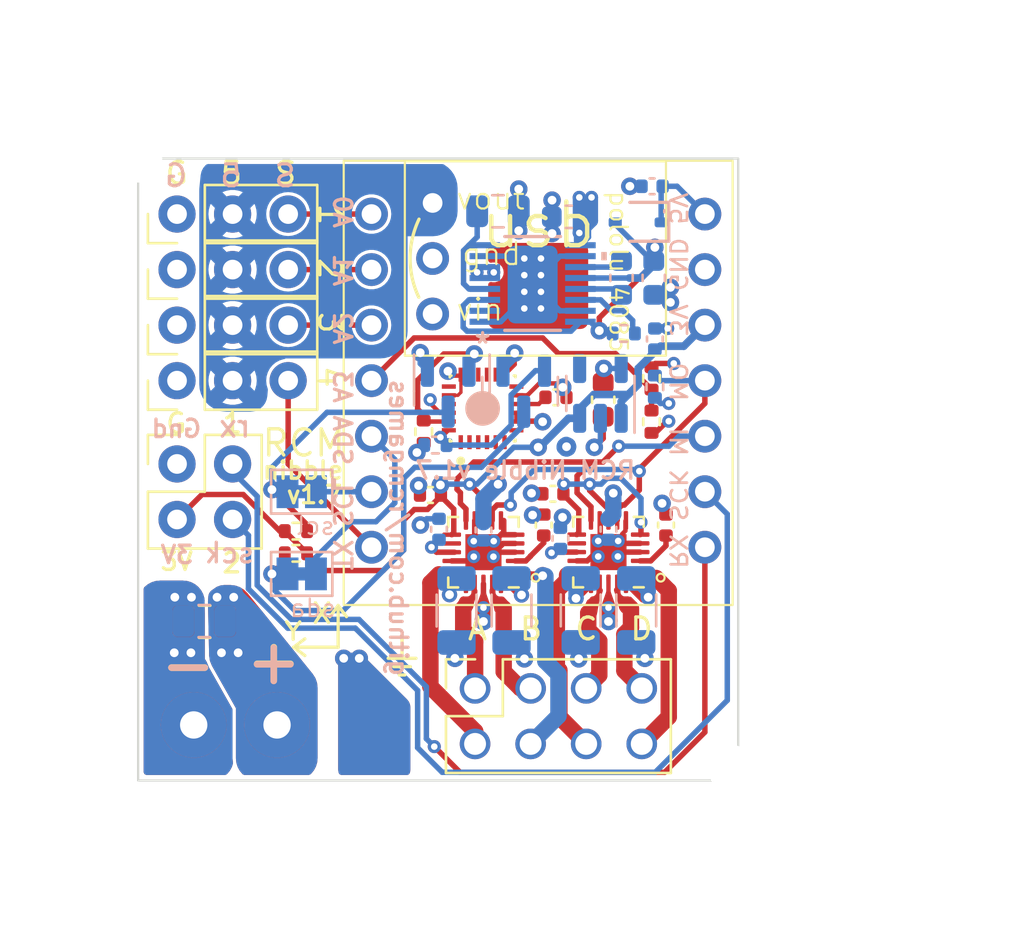
<source format=kicad_pcb>
(kicad_pcb (version 20221018) (generator pcbnew)
  (layers (0 "F.Cu" signal) (1 "In1.Cu" signal) (2 "In2.Cu" signal) (31 "B.Cu" signal) (34 "B.Paste" user) (35 "F.Paste" user) (36 "B.SilkS" user "B.Silkscreen") (37 "F.SilkS" user "F.Silkscreen") (38 "B.Mask" user) (39 "F.Mask" user) (44 "Edge.Cuts" user))
  (net 0 "")
  (net 1 "GND")
  (net 2 "3v")
  (net 3 "Net-(IC1-1,8Vout)")
  (net 4 "Net-(IC2-1,8Vout)")
  (net 5 "Net-(D1-K)")
  (net 6 "Net-(ESP32_QT_PY1-A1)")
  (net 7 "Net-(IC1-VCP)")
  (net 8 "Net-(IC2-VCP)")
  (net 9 "Net-(IC1-OA2)")
  (net 11 "Net-(IC1-OB2)")
  (net 12 "Net-(IC1-BRB)")
  (net 13 "uart")
  (net 14 "sda")
  (net 15 "Net-(IC1-OB1)")
  (net 16 "Net-(IC1-OA1)")
  (net 17 "scl")
  (net 18 "Net-(ESP32_QT_PY1-A2)")
  (net 19 "Net-(ESP32_QT_PY1-A3)")
  (net 20 "enab")
  (net 21 "Net-(ESP32_QT_PY1-A0)")
  (net 22 "Net-(ESP32_QT_PY1-RX)")
  (net 23 "Net-(IC1-BRA)")
  (net 24 "Net-(IC2-OA2)")
  (net 26 "Net-(IC2-OB2)")
  (net 27 "Net-(IC2-BRB)")
  (net 28 "Net-(IC2-OB1)")
  (net 29 "vbat")
  (net 30 "servopower")
  (net 31 "5v")
  (net 44 "Net-(Q3-D)")
  (net 47 "Net-(Q4-D)")
  (net 48 "Net-(Q3-S)")
  (net 49 "Net-(Q4-S)")
  (net 50 "Net-(U3-REGOUT)")
  (net 51 "Net-(ESP32_QT_PY1-TX)")
  (net 52 "Net-(ESP32_QT_PY1-SCK)")
  (net 53 "1.8")
  (net 55 "Net-(IC2-OA1)")
  (net 56 "Net-(IC2-BRA)")
  (net 58 "Net-(C9-Pad2)")
  (net 59 "Net-(U2-C)")
  (net 60 "Net-(U2-C+)")
  (net 61 "Net-(U2-*RST)")
  (footprint "!RCMhardware footprints:PinSocket_2x04_P2.54mm_Vertical" (layer "F.Cu") (at 143.2914 58.5524 90)
    (fp_text reference "J6" hide)
    (fp_text value "2x04 female header pins")
  )
  (footprint "Connector_PinHeader_2.54mm:PinHeader_1x03_P2.54mm_Vertical" (layer "F.Cu") (at 129.667 36.857 90)
    (fp_text reference "J5" hide)
    (fp_text value "Conn_01x03")
  )
  (footprint "Resistor_SMD:R_0402_1005Metric" (layer "F.Cu") (at 151.3586 44.3754 90)
    (fp_text reference "R2" hide)
    (fp_text value "10k / <=1%")
  )
  (footprint "Connector_PinHeader_2.54mm:PinHeader_1x03_P2.54mm_Vertical" (layer "F.Cu") (at 129.667 44.477 90)
    (fp_text reference "J4" hide)
    (fp_text value "Conn_01x03")
  )
  (footprint "!RCMhardware footprints:pololu 4085" (layer "F.Cu") (at 140.081 34.444 -90)
    (fp_text reference "U1" hide)
    (fp_text value "pololu 4085")
  )
  (footprint "Capacitor_SMD:C_0603_1608Metric" (layer "F.Cu") (at 149.1488 45.353 -90)
    (fp_text reference "C14" hide)
    (fp_text value "2.2uF/0603/>=16V")
  )
  (footprint "Resistor_SMD:R_0402_1005Metric" (layer "F.Cu") (at 151.3586 46.3566 90)
    (fp_text reference "R1" hide)
    (fp_text value "30k / <=1%")
  )
  (footprint "Capacitor_SMD:C_0805_2012Metric" (layer "F.Cu") (at 130.9268 55.5006 180)
    (fp_text reference "C16" hide)
    (fp_text value "22uF/0805/>=16V")
  )
  (footprint "Connector_PinHeader_2.54mm:PinHeader_1x03_P2.54mm_Vertical" (layer "F.Cu") (at 129.667 41.937 90)
    (fp_text reference "J3" hide)
    (fp_text value "Conn_01x03")
  )
  (footprint "Capacitor_SMD:C_0402_1005Metric" (layer "F.Cu") (at 146.431 51.081 -90)
    (fp_text reference "C17" hide)
    (fp_text value "100nF/0402/16V/X7R/<=10%/ceramic")
  )
  (footprint "!RCMhardware footprints:ESP32 QT PY" (layer "F.Cu") (at 146.177 44.477)
    (fp_text reference "ESP32_QT_PY1" hide)
    (fp_text value "microcontroller")
  )
  (footprint "Connector_PinHeader_2.54mm:PinHeader_2x02_P2.54mm_Vertical" (layer "F.Cu") (at 129.667 48.287)
    (fp_text reference "J9" hide)
    (fp_text value "Conn_02x02_Top_Bottom")
  )
  (footprint "Connector_PinHeader_2.54mm:PinHeader_1x03_P2.54mm_Vertical" (layer "F.Cu") (at 129.667 39.397 90)
    (fp_text reference "J2" hide)
    (fp_text value "Conn_01x03")
  )
  (footprint "Capacitor_SMD:C_0402_1005Metric" (layer "F.Cu") (at 146.9898 45.239)
    (fp_text reference "C11" hide)
    (fp_text value "100nF/0402/16V/X7R/<=10%/ceramic")
  )
  (footprint "Capacitor_SMD:C_0402_1005Metric" (layer "F.Cu") (at 146.85 49.651974 180)
    (fp_text reference "C7" hide)
    (fp_text value "100nF/0402/16V/X7R/<=10%/ceramic")
  )
  (footprint "MountingHole:MountingHole_2.2mm_M2" (layer "F.Cu") (at 155.067 62.257)
    (fp_text reference "H2" hide)
    (fp_text value "MountingHole")
  )
  (footprint "Capacitor_SMD:C_0402_1005Metric" (layer "F.Cu") (at 152.019 51.081 -90)
    (fp_text reference "C18" hide)
    (fp_text value "100nF/0402/16V/X7R/<=10%/ceramic")
  )
  (footprint "!RCMhardware footprints:battery wires" (layer "F.Cu") (at 130.429 60.225 -90)
    (fp_text reference "J1" hide)
    (fp_text value "pads to solder wires to" hide)
  )
  (footprint "Capacitor_SMD:C_0402_1005Metric" (layer "F.Cu") (at 141.252 49.7078 180)
    (fp_text reference "C4" hide)
    (fp_text value "100nF/0402/16V/X7R/<=10%/ceramic")
  )
  (footprint "MountingHole:MountingHole_2.2mm_M2" (layer "F.Cu") (at 127.889 34.317)
    (fp_text reference "H1" hide)
    (fp_text value "MountingHole")
  )
  (footprint "Resistor_SMD:R_0402_1005Metric" (layer "F.Cu") (at 135.1026 52.3748 180)
    (fp_text reference "R12" hide)
    (fp_text value "10k / <=1%")
  )
  (footprint "!RCMhardware footprints:QFN-20-1EP_3x3mm_P0.4mm_EP1.65x1.65mm" (layer "F.Cu") (at 143.675 52.3234 180)
    (fp_text reference "IC1" hide)
    (fp_text value "TMC7300")
  )
  (footprint "!RCMhardware footprints:QFN40P300X300X105-24N" (layer "F.Cu") (at 143.637 45.747 90)
    (fp_text reference "U3" hide)
    (fp_text value "ICM-20948")
  )
  (footprint "!RCMhardware footprints:QFN-20-1EP_3x3mm_P0.4mm_EP1.65x1.65mm" (layer "F.Cu") (at 149.39 52.318974 180)
    (fp_text reference "IC2" hide)
    (fp_text value "TMC7300")
  )
  (footprint "Resistor_SMD:R_0402_1005Metric" (layer "F.Cu") (at 140.9446 46.8138 -90)
    (fp_text reference "R10" hide)
    (fp_text value "10k / <=1%")
  )
  (footprint "Resistor_SMD:R_0402_1005Metric" (layer "F.Cu") (at 135.1026 51.3604 180)
    (fp_text reference "R9" hide)
    (fp_text value "10k / <=1%")
  )
  (footprint "Resistor_SMD:R_0402_1005Metric" (layer "B.Cu") (at 150.0886 42.318 180)
    (fp_text reference "R7" hide)
    (fp_text value "10k / <=1%")
  )
  (footprint "Capacitor_SMD:C_0603_1608Metric" (layer "B.Cu") (at 147.574 36.984 180)
    (fp_text reference "C13" hide)
    (fp_text value "2.2uF/0603/>=16V")
  )
  (footprint "Capacitor_SMD:C_0402_1005Metric" (layer "B.Cu") (at 149.39 51.274974 -90)
    (fp_text reference "C6" hide)
    (fp_text value "100nF/0402/16V/X7R/<=10%/ceramic")
  )
  (footprint "Package_TO_SOT_SMD:SOT-23" (layer "B.Cu") (at 145.5166 44.9596 -90)
    (fp_text reference "Q4" hide)
    (fp_text value "BSS138, N channel mosfet >=0.22A")
  )
  (footprint "Capacitor_SMD:C_0805_2012Metric" (layer "B.Cu") (at 130.9116 55.4752 180)
    (fp_text reference "C2" hide)
    (fp_text value "22uF/0805/>=16V")
  )
  (footprint "Capacitor_SMD:C_0402_1005Metric" (layer "B.Cu") (at 143.675 51.307 -90)
    (fp_text reference "C3" hide)
    (fp_text value "100nF/0402/16V/X7R/<=10%/ceramic")
  )
  (footprint "Capacitor_SMD:C_0402_1005Metric" (layer "B.Cu") (at 141.643 51.274974 90)
    (fp_text reference "C5" hide)
    (fp_text value "100nF/0402/16V/X7R/<=10%/ceramic")
  )
  (footprint "Capacitor_SMD:C_0603_1608Metric" (layer "B.Cu") (at 151.4602 39.778 90)
    (fp_text reference "C12" hide)
    (fp_text value "22uF/0603/>=10V")
  )
  (footprint "Resistor_SMD:R_0402_1005Metric" (layer "B.Cu") (at 141.478 47.4234)
    (fp_text reference "R13" hide)
    (fp_text value "10k / <=1%")
  )
  (footprint "Jumper:SolderJumper-2_P1.3mm_Bridged_Pad1.0x1.5mm" (layer "B.Cu") (at 135.367 53.3162 180)
    (fp_text reference "NT2" hide)
    (fp_text value "NetTie_2")
  )
  (footprint "Resistor_SMD:R_1206_3216Metric" (layer "B.Cu") (at 150.66 54.985974 90)
    (fp_text reference "R5" hide)
    (fp_text value "120mΩ / 0.5W / 1206 / <=1%")
  )
  (footprint "Diode_SMD:D_SOD-323" (layer "B.Cu") (at 150.749 37.238 180)
    (fp_text reference "D1" hide)
    (fp_text value "1A Zener Diode  / >=1A / 600 mV Vf @ 1 A")
  )
  (footprint "!RCMhardware footprints:MSE_16_ADI" (layer "B.Cu") (at 145.923 40.032)
    (fp_text reference "U2" hide)
    (fp_text value "LTC3246EMSE-PBF / 500mA charge pump")
  )
  (footprint "Resistor_SMD:R_1206_3216Metric" (layer "B.Cu") (at 148.12 54.985974 90)
    (fp_text reference "R6" hide)
    (fp_text value "120mΩ / 0.5W / 1206 / <=1%")
  )
  (footprint "Package_TO_SOT_SMD:SOT-23" (layer "B.Cu") (at 142.0622 44.9596 -90)
    (fp_text reference "Q3" hide)
    (fp_text value "BSS138, N channel mosfet >=0.22A")
  )
  (footprint "Capacitor_SMD:C_0805_2012Metric" (layer "B.Cu") (at 144.338 36.73 180)
    (fp_text reference "C9" hide)
    (fp_text value "22uF/0805/>=16V")
  )
  (footprint "Package_TO_SOT_SMD:SOT-23-5" (layer "B.Cu") (at 149.0218 45.0612 90)
    (fp_text reference "U4" hide)
    (fp_text value "MIC5225-1.8V")
  )
  (footprint "Resistor_SMD:R_1206_3216Metric" (layer "B.Cu") (at 142.4432 54.9926 90)
    (fp_text reference "R4" hide)
    (fp_text value "120mΩ / 0.5W / 1206 / <=1%")
  )
  (footprint "Resistor_SMD:R_0402_1005Metric" (layer "B.Cu") (at 151.511 44.7544 -90)
    (fp_text reference "R11" hide)
    (fp_text value "10k / <=1%")
  )
  (footprint "Capacitor_SMD:C_0402_1005Metric" (layer "B.Cu") (at 151.511 42.572 90)
    (fp_text reference "C15" hide)
    (fp_text value "100nF/0402/16V/X7R/<=10%/ceramic")
  )
  (footprint "Capacitor_SMD:C_0402_1005Metric" (layer "B.Cu") (at 147.193 51.6906 90)
    (fp_text reference "C8" hide)
    (fp_text value "100nF/0402/16V/X7R/<=10%/ceramic")
  )
  (footprint "Capacitor_SMD:C_0402_1005Metric" (layer "B.Cu") (at 151.384 35.587 180)
    (fp_text reference "C1" hide)
    (fp_text value "100nF/0402/16V/X7R/<=10%/ceramic")
  )
  (footprint "Capacitor_SMD:C_0603_1608Metric" (layer "B.Cu") (at 149.987 39.778 90)
    (fp_text reference "C10" hide)
    (fp_text value "2.2uF/0603/>=16V")
  )
  (footprint "Jumper:SolderJumper-2_P1.3mm_Bridged_Pad1.0x1.5mm" (layer "B.Cu") (at 135.367 49.557 180)
    (fp_text reference "NT1" hide)
    (fp_text value "NetTie_2")
  )
  (footprint "Resistor_SMD:R_1206_3216Metric" (layer "B.Cu") (at 144.9578 54.9904 90)
    (fp_text reference "R3" hide)
    (fp_text value "120mΩ / 0.5W / 1206 / <=1%")
  )
  (gr_circle (center 143.637 45.747) (end 144.35542 45.747) (stroke (width 0.15)) (fill solid) (layer "B.SilkS"))
  (gr_line (start 152.146 36.322) (end 152.146 38.1) (stroke (width 0.15)) (layer "B.SilkS"))
  (gr_line (start 150.368 36.322) (end 152.146 36.322) (stroke (width 0.15)) (layer "B.SilkS"))
  (gr_line (start 152.146 38.1) (end 150.368 38.1) (stroke (width 0.15)) (layer "B.SilkS"))
  (gr_line (start 135.509 56.288) (end 135.001 56.669) (stroke (width 0.15)) (layer "F.SilkS"))
  (gr_line (start 135.001 56.669) (end 137.033 56.669) (stroke (width 0.15)) (layer "F.SilkS"))
  (gr_arc (start 140.716 40.659306) (mid 140.32245 38.873342) (end 140.729375 37.090378) (stroke (width 0.15)) (layer "F.SilkS"))
  (gr_line (start 135.509 57.05) (end 135.001 56.669) (stroke (width 0.15)) (layer "F.SilkS"))
  (gr_line (start 137.414 55.272) (end 137.033 54.764) (stroke (width 0.15)) (layer "F.SilkS"))
  (gr_line (start 139.954 56.161) (end 139.954 57.177) (stroke (width 0.15)) (layer "F.SilkS"))
  (gr_line (start 137.033 54.764) (end 136.652 55.272) (stroke (width 0.15)) (layer "F.SilkS"))
  (gr_line (start 139.573 57.558) (end 140.335 57.558) (stroke (width 0.15)) (layer "F.SilkS"))
  (gr_line (start 137.033 56.669) (end 137.033 54.764) (stroke (width 0.15)) (layer "F.SilkS"))
  (gr_line (start 140.589 57.177) (end 139.319 57.177) (stroke (width 0.15)) (layer "F.SilkS"))
  (gr_line (start 140.081 57.939) (end 139.827 57.939) (stroke (width 0.15)) (layer "F.SilkS"))
  (gr_rect (start 127.889 34.317) (end 155.321 62.765) (stroke (width 0.1)) (fill none) (layer "Edge.Cuts"))
  (gr_text "sck" (at 133.2738 52.8844) (layer "B.SilkS") (effects (font (size 0.9 0.9)) (justify left bottom mirror)))
  (gr_text "rx" (at 133.1214 47.144) (layer "B.SilkS") (effects (font (size 1 1)) (justify left bottom mirror)))
  (gr_text "-" (at 130.175 57.4564) (layer "B.SilkS") (effects (font (size 2 2) (thickness 0.3)) (justify mirror)))
  (gr_text "RCM Nibble v1.7\n" (at 150.6982 49.0474) (layer "B.SilkS") (effects (font (size 0.8 0.8)) (justify left bottom mirror)))
  (gr_text "+" (at 134.0866 57.304) (layer "B.SilkS") (effects (font (size 2 2) (thickness 0.3)) (justify mirror)))
  (gr_text "3V\n" (at 130.4798 52.9082) (layer "B.SilkS") (effects (font (size 0.8 0.8)) (justify left bottom mirror)))
  (gr_text "scl\n" (at 136.9314 51.589) (layer "B.SilkS") (effects (font (size 0.8 0.8) (thickness 0.1)) (justify left bottom mirror)))
  (gr_text "Gnd\n" (at 130.8608 47.1424) (layer "B.SilkS") (effects (font (size 0.8 0.8)) (justify left bottom mirror)))
  (gr_text "TX SCL SDA A3  A2  A1  A0\n" (at 137.6934 44.5786 270) (layer "B.SilkS") (effects (font (size 0.8 0.8)) (justify top mirror)))
  (gr_text "RX SCK MI  MO  3V GND 5V" (at 153.0096 44.4754 270) (layer "B.SilkS") (effects (font (size 0.75 0.8) (thickness 0.12)) (justify top mirror)))
  (gr_text "github.com/rcmgames" (at 139.319 58.066 -90) (layer "B.SilkS") (effects (font (size 0.8 0.8)) (justify left bottom mirror)))
  (gr_text "S  5  G" (at 135.1788 35.6886) (layer "B.SilkS") (effects (font (size 1 1)) (justify left bottom mirror)))
  (gr_text "sda" (at 136.9822 55.3482) (layer "B.SilkS") (effects (font (size 0.8 0.8) (thickness 0.1)) (justify left bottom mirror)))
  (gr_text "2\n" (at 131.6482 53.34) (layer "F.SilkS") (effects (font (size 0.9 0.9)) (justify left bottom)))
  (gr_text "G" (at 129.0828 46.9646) (layer "F.SilkS") (effects (font (size 0.9 0.9)) (justify left bottom)))
  (gr_text "Y\n" (at 134.493 56.415) (layer "F.SilkS") (effects (font (size 0.8 0.9)) (justify left bottom)))
  (gr_text "1" (at 131.6736 46.9392) (layer "F.SilkS") (effects (font (size 0.9 0.9)) (justify left bottom)))
  (gr_text "v1.7\n" (at 134.5946 50.1666) (layer "F.SilkS") (effects (font (size 0.8 0.8)) (justify left bottom)))
  (gr_text "X" (at 135.763 55.653) (layer "F.SilkS") (effects (font (size 0.9 0.9)) (justify left bottom)))
  (gr_text "nibble\n" (at 133.5024 49.049) (layer "F.SilkS") (effects (font (size 0.8 0.8)) (justify left bottom)))
  (gr_text "3V" (at 128.8288 53.213) (layer "F.SilkS") (effects (font (size 0.8 0.8)) (justify left bottom)))
  (gr_text "1  2  3  4" (at 136.0678 36.2982 -90) (layer "F.SilkS") (effects (font (size 1 1)) (justify left bottom)))
  (gr_text "A  B  C  D\n" (at 142.875 56.415) (layer "F.SilkS") (effects (font (size 1 1)) (justify left bottom)))
  (gr_text "RCM" (at 133.477 48.033) (layer "F.SilkS") (effects (font (size 1.2 1.2)) (justify left bottom)))
  (gr_text "G  5  S\n\n" (at 129.0574 37.1856) (layer "F.SilkS") (effects (font (size 1 1)) (justify left bottom)))
  (segment (start 144.183 52.3234) (end 144.583 51.9234) (width 0.25) (layer "F.Cu") (net 1))
  (segment (start 145.7198 45.1104) (end 145.6832 45.147) (width 0.2) (layer "F.Cu") (net 1))
  (segment (start 142.092 45.147) (end 142.5082 45.147) (width 0.15) (layer "F.Cu") (net 1))
  (segment (start 143.275 50.8734) (end 143.275 51.9234) (width 0.25) (layer "F.Cu") (net 1))
  (segment (start 143.275 51.9234) (end 143.675 52.3234) (width 0.25) (layer "F.Cu") (net 1))
  (segment (start 148.7424 47.5234) (end 149.1488 47.117) (width 0.25) (layer "F.Cu") (net 1))
  (segment (start 149.1488 47.117) (end 149.1488 46.128) (width 0.25) (layer "F.Cu") (net 1))
  (segment (start 142.26 44.25) (end 142.589 44.25) (width 0.2) (layer "F.Cu") (net 1))
  (segment (start 150.025 51.483238) (end 150.165 51.343238) (width 0.2) (layer "F.Cu") (net 1))
  (segment (start 149.39 52.318974) (end 149.015 51.943974) (width 0.25) (layer "F.Cu") (net 1))
  (segment (start 145.7198 45.1104) (end 146.2278 44.6024) (width 0.2) (layer "F.Cu") (net 1))
  (segment (start 144.602 51.3964) (end 144.475 51.5234) (width 0.25) (layer "F.Cu") (net 1))
  (segment (start 149.015 51.943974) (end 149.015 51.107647) (width 0.25) (layer "F.Cu") (net 1))
  (segment (start 148.42462 52.718974) (end 147.94 52.718974) (width 0.25) (layer "F.Cu") (net 1))
  (segment (start 144.602 50.8734) (end 144.602 51.3964) (width 0.25) (layer "F.Cu") (net 1))
  (segment (start 145.125 52.3234) (end 144.183 52.3234) (width 0.25) (layer "F.Cu") (net 1))
  (segment (start 150.84 51.918974) (end 149.79 51.918974) (width 0.25) (layer "F.Cu") (net 1))
  (segment (start 149.39 51.754974) (end 149.39 52.318974) (width 0.25) (layer "F.Cu") (net 1))
  (segment (start 143.675215 52.818225) (end 143.58039 52.7234) (width 0.25) (layer "F.Cu") (net 1))
  (segment (start 145.6832 45.147) (end 145.182 45.147) (width 0.2) (layer "F.Cu") (net 1))
  (segment (start 143.58039 52.7234) (end 142.225 52.7234) (width 0.25) (layer "F.Cu") (net 1))
  (segment (start 142.6464 45.0088) (end 142.6464 44.2114) (width 0.15) (layer "F.Cu") (net 1))
  (segment (start 151.5344 43.6896) (end 151.3586 43.8654) (width 0.25) (layer "F.Cu") (net 1))
  (segment (start 142.6464 44.2114) (end 142.637 44.202) (width 0.15) (layer "F.Cu") (net 1))
  (segment (start 149.39 51.754974) (end 149.78862 51.754974) (width 0.25) (layer "F.Cu") (net 1))
  (segment (start 145.125 51.5234) (end 144.475 51.5234) (width 0.25) (layer "F.Cu") (net 1))
  (segment (start 142.5082 45.147) (end 142.6464 45.0088) (width 0.15) (layer "F.Cu") (net 1))
  (segment (start 148.882 52.191974) (end 148.882 52.261594) (width 0.25) (layer "F.Cu") (net 1))
  (segment (start 142.589 44.25) (end 142.637 44.202) (width 0.2) (layer "F.Cu") (net 1))
  (segment (start 144.475 51.5234) (end 143.675 52.3234) (width 0.25) (layer "F.Cu") (net 1))
  (segment (start 149.79 51.918974) (end 149.39 52.318974) (width 0.25) (layer "F.Cu") (net 1))
  (segment (start 148.882 52.261594) (end 148.42462 52.718974) (width 0.25) (layer "F.Cu") (net 1))
  (segment (start 149.78862 51.754974) (end 150.025 51.518594) (width 0.2) (layer "F.Cu") (net 1))
  (segment (start 143.713129 51.669149) (end 143.803385 51.669149) (width 0.25) (layer "F.Cu") (net 1))
  (segment (start 152.3746 43.6896) (end 151.5344 43.6896) (width 0.25) (layer "F.Cu") (net 1))
  (segment (start 150.165 51.343238) (end 150.165 50.893974) (width 0.2) (layer "F.Cu") (net 1))
  (segment (start 144.583 51.9234) (end 145.125 51.9234) (width 0.25) (layer "F.Cu") (net 1))
  (segment (start 150.84 52.318974) (end 149.39 52.318974) (width 0.25) (layer "F.Cu") (net 1))
  (segment (start 146.2278 44.6024) (end 147.119204 44.6024) (width 0.2) (layer "F.Cu") (net 1))
  (segment (start 147.119204 44.6024) (end 147.298604 44.7818) (width 0.2) (layer "F.Cu") (net 1))
  (segment (start 142.053044 44.043044) (end 142.26 44.25) (width 0.2) (layer "F.Cu") (net 1))
  (segment (start 150.025 51.518594) (end 150.025 51.483238) (width 0.2) (layer "F.Cu") (net 1))
  (via (at 145.873691 49.624938) (size 0.8) (drill 0.4) (layers "F.Cu" "B.Cu") (net 1))
  (via (at 150.368 35.587) (size 0.8) (drill 0.4) (layers "F.Cu" "B.Cu") (net 1))
  (via (at 146.304 39.651) (size 0.75) (drill 0.3) (layers "F.Cu" "B.Cu") (net 1))
  (via (at 146.812 36.222) (size 0.8) (drill 0.4) (layers "F.Cu" "B.Cu") (net 1))
  (via (at 147.2905 50.726176) (size 0.8) (drill 0.4) (layers "F.Cu" "B.Cu") (net 1))
  (via (at 144.129884 52.5288) (size 0.6) (drill 0.3) (layers "F.Cu" "B.Cu") (net 1))
  (via (at 145.288 35.714) (size 0.8) (drill 0.4) (layers "F.Cu" "B.Cu") (net 1))
  (via (at 146.304 41.175) (size 0.75) (drill 0.3) (layers "F.Cu" "B.Cu") (net 1))
  (via (at 151.0538 57.177) (size 0.8) (drill 0.4) (layers "F.Cu" "B.Cu") (net 1))
  (via (at 129.54 56.923) (size 0.8) (drill 0.4) (layers "F.Cu" "B.Cu") (net 1))
  (via (at 145.288 37.619) (size 0.8) (drill 0.4) (layers "F.Cu" "B.Cu") (net 1))
  (via (at 129.5654 54.383) (size 0.8) (drill 0.4) (layers "F.Cu" "B.Cu") (net 1))
  (via (at 152.2222 40.8956) (size 0.8) (drill 0.4) (layers "F.Cu" "B.Cu") (net 1))
  (via (at 152.2222 40.2098) (size 0.8) (drill 0.4) (layers "F.Cu" "B.Cu") (net 1))
  (via (at 148.7424 47.5234) (size 0.8) (drill 0.4) (layers "F.Cu" "B.Cu") (net 1))
  (via (at 137.9982 57.177) (size 0.8) (drill 0.4) (layers "F.Cu" "B.Cu") (net 1))
  (via (at 142.053044 44.043044) (size 0.8) (drill 0.4) (layers "F.Cu" "B.Cu") (net 1))
  (via (at 140.7922 51.081) (size 0.8) (drill 0.4) (layers "F.Cu" "B.Cu") (net 1))
  (via (at 140.710344 49.276) (size 0.8) (drill 0.4) (layers "F.Cu" "B.Cu") (net 1))
  (via (at 145.542 40.413) (size 0.75) (drill 0.3) (layers "F.Cu" "B.Cu") (net 1))
  (via (at 145.542 41.175) (size 0.75) (drill 0.3) (layers "F.Cu" "B.Cu") (net 1))
  (via (at 152.146 45.5184) (size 0.6) (drill 0.3) (layers "F.Cu" "B.Cu") (net 1))
  (via (at 137.287 57.177) (size 0.8) (drill 0.4) (layers "F.Cu" "B.Cu") (net 1))
  (via (at 130.302 56.923) (size 0.8) (drill 0.4) (layers "F.Cu" "B.Cu") (net 1))
  (via (at 146.812 37.746) (size 0.8) (drill 0.4) (layers "F.Cu" "B.Cu") (net 1))
  (via (at 145.5475 57.201099) (size 0.8) (drill 0.4) (layers "F.Cu" "B.Cu") (net 1))
  (via (at 130.3274 54.383) (size 0.8) (drill 0.4) (layers "F.Cu" "B.Cu") (net 1))
  (via (at 143.2306 51.8176) (size 0.6) (drill 0.3) (layers "F.Cu" "B.Cu") (net 1))
  (via (at 152.0952 42.0878) (size 0.6) (drill 0.3) (layers "F.Cu" "B.Cu") (net 1))
  (via (at 146.304 38.889) (size 0.75) (drill 0.3) (layers "F.Cu" "B.Cu") (net 1))
  (via (at 149.8344 51.8088) (size 0.6) (drill 0.3) (layers "F.Cu" "B.Cu") (net 1))
  (via (at 148.92 52.52) (size 0.6) (drill 0.3) (layers "F.Cu" "B.Cu") (net 1))
  (via (at 152.3746 43.6896) (size 0.6) (drill 0.3) (layers "F.Cu" "B.Cu") (net 1))
  (via (at 147.298604 44.7818) (size 0.8) (drill 0.4) (layers "F.Cu" "B.Cu") (net 1))
  (via (at 143.2306 52.5288) (size 0.6) (drill 0.3) (layers "F.Cu" "B.Cu") (net 1))
  (via (at 145.542 39.651) (size 0.75) (drill 0.3) (layers "F.Cu" "B.Cu") (net 1))
  (via (at 149.819284 52.52) (size 0.6) (drill 0.3) (layers "F.Cu" "B.Cu") (net 1))
  (via (at 145.542 38.889) (size 0.75) (drill 0.3) (layers "F.Cu" "B.Cu") (net 1))
  (via (at 142.369 57.177) (size 0.8) (drill 0.4) (layers "F.Cu" "B.Cu") (net 1))
  (via (at 148.92 51.8088) (size 0.6) (drill 0.3) (layers "F.Cu" "B.Cu") (net 1))
  (via (at 146.304 40.413) (size 0.75) (drill 0.3) (layers "F.Cu" "B.Cu") (net 1))
  (via (at 144.145 51.8176) (size 0.6) (drill 0.3) (layers "F.Cu" "B.Cu") (net 1))
  (via (at 148.0312 57.2008) (size 0.8) (drill 0.4) (layers "F.Cu" "B.Cu") (net 1))
  (segment (start 151.879 40.553) (end 152.2222 40.2098) (width 0.25) (layer "B.Cu") (net 1))
  (segment (start 144.94571 41.302) (end 145.542 41.302) (width 0.25) (layer "B.Cu") (net 1))
  (segment (start 146.177 39.778) (end 145.923 40.032) (width 0.25) (layer "B.Cu") (net 1))
  (segment (start 148.7424 47.5234) (end 149.0218 47.244) (width 0.25) (layer "B.Cu") (net 1))
  (segment (start 146.304 39.778) (end 146.177 39.778) (width 0.25) (layer "B.Cu") (net 1))
  (segment (start 146.304 39.651) (end 146.304 39.778) (width 0.25) (layer "B.Cu") (net 1))
  (segment (start 146.304 39.016) (end 146.304 39.651) (width 0.25) (layer "B.Cu") (net 1))
  (segment (start 146.304 40.54) (end 146.304 40.413) (width 0.25) (layer "B.Cu") (net 1))
  (segment (start 145.542 40.70571) (end 145.542 40.70571) (width 0.25) (layer "B.Cu") (net 1))
  (segment (start 147.173 41.282) (end 146.431 40.54) (width 0.25) (layer "B.Cu") (net 1))
  (segment (start 145.542 39.651) (end 145.542 39.778) (width 0.25) (layer "B.Cu") (net 1))
  (segment (start 145.542 41.302) (end 145.542 40.70571) (width 0.25) (layer "B.Cu") (net 1))
  (segment (start 146.304 39.651) (end 146.304 39.651) (width 0.25) (layer "B.Cu") (net 1))
  (segment (start 144.907 39.016) (end 145.542 39.016) (width 0.25) (layer "B.Cu") (net 1))
  (segment (start 145.923 40.32471) (end 145.923 40.032) (width 0.25) (layer "B.Cu") (net 1))
  (segment (start 149.0218 47.244) (end 149.0218 46.1987) (width 0.25) (layer "B.Cu") (net 1))
  (segment (start 148.1074 41.282) (end 147.173 41.282) (width 0.25) (layer "B.Cu") (net 1))
  (segment (start 143.7386 38.782) (end 144.673 38.782) (width 0.25) (layer "B.Cu") (net 1))
  (segment (start 152.146 45.5184) (end 151.765 45.5184) (width 0.25) (layer "B.Cu") (net 1))
  (segment (start 147.173 38.782) (end 146.939 39.016) (width 0.25) (layer "B.Cu") (net 1))
  (segment (start 151.5152 42.0878) (end 151.511 42.092) (width 0.4) (layer "B.Cu") (net 1))
  (segment (start 145.542 40.54) (end 145.70771 40.54) (width 0.25) (layer "B.Cu") (net 1))
  (segment (start 146.431 40.54) (end 146.304 40.54) (width 0.25) (layer "B.Cu") (net 1))
  (segment (start 152.0952 42.0878) (end 151.5152 42.0878) (width 0.4) (layer "B.Cu") (net 1))
  (segment (start 145.542 40.70571) (end 145.542 40.54) (width 0.25) (layer "B.Cu") (net 1))
  (segment (start 144.673 38.782) (end 144.907 39.016) (width 0.25) (layer "B.Cu") (net 1))
  (segment (start 145.70771 40.54) (end 145.923 40.32471) (width 0.25) (layer "B.Cu") (net 1))
  (segment (start 143.7386 41.782002) (end 144.465708 41.782002) (width 0.25) (layer "B.Cu") (net 1))
  (segment (start 146.304 40.413) (end 145.923 40.032) (width 0.25) (layer "B.Cu") (net 1))
  (segment (start 145.669 39.778) (end 145.923 40.032) (width 0.25) (layer "B.Cu") (net 1))
  (segment (start 145.542 39.016) (end 145.542 39.651) (width 0.25) (layer "B.Cu") (net 1))
  (segment (start 141.078226 50.794974) (end 141.643 50.794974) (width 0.25) (layer "B.Cu") (net 1))
  (segment (start 151.765 45.5184) (end 151.511 45.2644) (width 0.25) (layer "B.Cu") (net 1))
  (segment (start 144.465708 41.782002) (end 144.94571 41.302) (width 0.25) (layer "B.Cu") (net 1))
  (segment (start 146.939 39.016) (end 146.304 39.016) (width 0.25) (layer "B.Cu") (net 1))
  (segment (start 145.542 39.651) (end 145.542 39.651) (width 0.25) (layer "B.Cu") (net 1))
  (segment (start 148.1074 38.782) (end 147.173 38.782) (width 0.25) (layer "B.Cu") (net 1))
  (segment (start 140.7922 51.081) (end 141.078226 50.794974) (width 0.25) (layer "B.Cu") (net 1))
  (segment (start 145.542 39.778) (end 145.669 39.778) (width 0.25) (layer "B.Cu") (net 1))
  (segment (start 151.4602 40.553) (end 151.879 40.553) (width 0.25) (layer "B.Cu") (net 1))
  (segment (start 141.7066 49.2014) (end 141.7066 49.743574) (width 0.25) (layer "F.Cu") (net 2))
  (segment (start 148.033 51.425974) (end 147.94 51.518974) (width 0.25) (layer "F.Cu") (net 2))
  (segment (start 141.7066 49.776779) (end 141.113579 50.3698) (width 0.25) (layer "F.Cu") (net 2))
  (segment (start 132.6912 49.684) (end 130.81 49.684) (width 0.25) (layer "F.Cu") (net 2))
  (segment (start 139.0888 53.1638) (end 136.396 53.1638) (width 0.25) (layer "F.Cu") (net 2))
  (segment (start 150.876 50.954) (end 150.876 51.482974) (width 0.25) (layer "F.Cu") (net 2))
  (segment (start 140.0302 52.2224) (end 139.0888 53.1638) (width 0.25) (layer "F.Cu") (net 2))
  (segment (start 148.033 50.397) (end 148.033 51.425974) (width 0.25) (layer "F.Cu") (net 2))
  (segment (start 141.7066 49.2014) (end 141.7066 49.776779) (width 0.25) (layer "F.Cu") (net 2))
  (segment (start 149.39 50.357) (end 149.39 50.868974) (width 0.25) (layer "F.Cu") (net 2))
  (segment (start 143.042647 49.210474) (end 143.042647 49.215047) (width 0.25) (layer "F.Cu") (net 2))
  (segment (start 147.3454 49.2014) (end 147.3454 49.7094) (width 0.25) (layer "F.Cu") (net 2))
  (segment (start 142.318 51.4304) (end 142.225 51.5234) (width 0.25) (layer "F.Cu") (net 2))
  (segment (start 150.876 51.482974) (end 150.84 51.518974) (width 0.25) (layer "F.Cu") (net 2))
  (segment (start 136.396 53.1638) (end 134.5926 51.3604) (width 0.25) (layer "F.Cu") (net 2))
  (segment (start 148.5295 49.210474) (end 148.5295 49.4965) (width 0.25) (layer "F.Cu") (net 2))
  (segment (start 141.7066 49.743574) (end 142.318 50.354974) (width 0.25) (layer "F.Cu") (net 2))
  (segment (start 141.113579 50.3698) (end 140.5128 50.3698) (width 0.25) (layer "F.Cu") (net 2))
  (segment (start 142.318 50.354974) (end 142.318 51.4304) (width 0.25) (layer "F.Cu") (net 2))
  (segment (start 143.675 49.8474) (end 143.675 50.8734) (width 0.25) (layer "F.Cu") (net 2))
  (segment (start 134.3676 51.3604) (end 132.6912 49.684) (width 0.25) (layer "F.Cu") (net 2))
  (segment (start 134.5926 51.3604) (end 134.3676 51.3604) (width 0.25) (layer "F.Cu") (net 2))
  (segment (start 140.5128 50.3698) (end 140.0302 50.8524) (width 0.25) (layer "F.Cu") (net 2))
  (segment (start 130.81 49.684) (end 129.667 50.827) (width 0.25) (layer "F.Cu") (net 2))
  (segment (start 140.0302 50.8524) (end 140.0302 52.2224) (width 0.25) (layer "F.Cu") (net 2))
  (segment (start 148.5295 49.4965) (end 149.39 50.357) (width 0.25) (layer "F.Cu") (net 2))
  (segment (start 143.042647 49.215047) (end 143.675 49.8474) (width 0.25) (layer "F.Cu") (net 2))
  (segment (start 147.3454 49.7094) (end 148.033 50.397) (width 0.25) (layer "F.Cu") (net 2))
  (via (at 150.876 50.954) (size 0.6) (drill 0.3) (layers "F.Cu" "B.Cu") (net 2))
  (via (at 146.177 47.525) (size 0.8) (drill 0.4) (layers "F.Cu" "B.Cu") (net 2))
  (via (at 147.3454 49.2014) (size 0.6) (drill 0.3) (layers "F.Cu" "B.Cu") (net 2))
  (via (at 148.5295 49.210474) (size 0.6) (drill 0.3) (layers "F.Cu" "B.Cu") (net 2))
  (via (at 141.7066 49.2506) (size 0.8) (drill 0.4) (layers "F.Cu" "B.Cu") (net 2))
  (via (at 143.042647 49.210474) (size 0.6) (drill 0.3) (layers "F.Cu" "B.Cu") (net 2))
  (segment (start 148.0718 46.2241) (end 148.0718 45.7572) (width 0.35) (layer "B.Cu") (net 2))
  (segment (start 148.0718 45.7572) (end 148.7186 45.1104) (width 0.35) (layer "B.Cu") (net 2))
  (segment (start 141.715674 49.210474) (end 143.042647 49.210474) (width 0.25) (layer "B.Cu") (net 2))
  (segment (start 146.177 47.525) (end 146.237105 47.525) (width 0.35) (layer "B.Cu") (net 2))
  (segment (start 148.5295 49.210474) (end 149.055397 49.210474) (width 0.25) (layer "B.Cu") (net 2))
  (segment (start 148.7186 45.1104) (end 150.2934 45.1104) (width 0.35) (layer "B.Cu") (net 2))
  (segment (start 143.373926 49.210474) (end 145.0594 47.525) (width 0.25) (layer "B.Cu") (net 2))
  (segment (start 149.324082 48.941789) (end 149.955989 48.941789) (width 0.25) (layer "B.Cu") (net 2))
  (segment (start 150.749 44.6548) (end 150.749 43.9182) (width 0.35) (layer "B.Cu") (net 2))
  (segment (start 150.749 43.9182) (end 151.7666 42.9006) (width 0.35) (layer "B.Cu") (net 2))
  (segment (start 148.5295 49.210474) (end 147.354474 49.210474) (width 0.25) (layer "B.Cu") (net 2))
  (segment (start 149.9718 45.432) (end 150.3045 45.0993) (width 0.35) (layer "B.Cu") (net 2))
  (segment (start 151.7666 42.9006) (end 152.8334 42.9006) (width 0.35) (layer "B.Cu") (net 2))
  (segment (start 152.8334 42.9006) (end 153.797 41.937) (width 0.35) (layer "B.Cu") (net 2))
  (segment (start 147.563405 46.1987) (end 148.0718 46.1987) (width 0.35) (layer "B.Cu") (net 2))
  (segment (start 146.237105 47.525) (end 147.563405 46.1987) (width 0.35) (layer "B.Cu") (net 2))
  (segment (start 149.955989 48.941789) (end 150.876 49.8618) (width 0.25) (layer "B.Cu") (net 2))
  (segment (start 143.042647 49.210474) (end 143.373926 49.210474) (width 0.25) (layer "B.Cu") (net 2))
  (segment (start 147.354474 49.210474) (end 147.3454 49.2014) (width 0.25) (layer "B.Cu") (net 2))
  (segment (start 150.876 49.8618) (end 150.876 50.954) (width 0.25) (layer "B.Cu") (net 2))
  (segment (start 150.2934 45.1104) (end 150.3045 45.0993) (width 0.35) (layer "B.Cu") (net 2))
  (segment (start 145.0594 47.525) (end 146.177 47.525) (width 0.25) (layer "B.Cu") (net 2))
  (segment (start 149.055397 49.210474) (end 149.324082 48.941789) (width 0.25) (layer "B.Cu") (net 2))
  (segment (start 149.9718 46.1987) (end 149.9718 45.432) (width 0.35) (layer "B.Cu") (net 2))
  (segment (start 141.7066 49.2014) (end 141.715674 49.210474) (width 0.25) (layer "B.Cu") (net 2))
  (segment (start 150.3045 45.0993) (end 150.749 44.6548) (width 0.35) (layer "B.Cu") (net 2))
  (segment (start 141.3002 52.0954) (end 141.5282 52.3234) (width 0.25) (layer "F.Cu") (net 3))
  (segment (start 141.5282 52.3234) (end 142.352 52.3234) (width 0.25) (layer "F.Cu") (net 3))
  (via (at 141.3002 52.0954) (size 0.6) (drill 0.3) (layers "F.Cu" "B.Cu") (net 3))
  (segment (start 146.818292 52.318974) (end 147.94 52.318974) (width 0.25) (layer "F.Cu") (net 4))
  (segment (start 146.787233 52.350033) (end 146.818292 52.318974) (width 0.25) (layer "F.Cu") (net 4))
  (via (at 146.787233 52.350033) (size 0.6) (drill 0.3) (layers "F.Cu" "B.Cu") (net 4))
  (segment (start 151.737 35.587) (end 152.527 35.587) (width 0.25) (layer "B.Cu") (net 5))
  (segment (start 152.527 35.587) (end 153.797 36.857) (width 0.25) (layer "B.Cu") (net 5))
  (segment (start 151.799 37.238) (end 151.799 35.649) (width 0.25) (layer "B.Cu") (net 5))
  (segment (start 151.799 35.649) (end 151.737 35.587) (width 0.25) (layer "B.Cu") (net 5))
  (segment (start 138.557 39.397) (end 134.747 39.397) (width 0.25) (layer "F.Cu") (net 6))
  (segment (start 145.825 52.4998) (end 145.825 52.50802) (width 0.25) (layer "F.Cu") (net 7))
  (segment (start 146.431 51.561) (end 146.431 51.8938) (width 0.25) (layer "F.Cu") (net 7))
  (segment (start 145.825 52.50802) (end 145.60962 52.7234) (width 0.25) (layer "F.Cu") (net 7))
  (segment (start 146.431 51.8938) (end 145.825 52.4998) (width 0.25) (layer "F.Cu") (net 7))
  (segment (start 145.60962 52.7234) (end 145.125 52.7234) (width 0.25) (layer "F.Cu") (net 7))
  (segment (start 152.019 52.024594) (end 151.32462 52.718974) (width 0.25) (layer "F.Cu") (net 8))
  (segment (start 152.019 51.561) (end 152.019 52.024594) (width 0.25) (layer "F.Cu") (net 8))
  (segment (start 151.32462 52.718974) (end 150.84 52.718974) (width 0.25) (layer "F.Cu") (net 8))
  (segment (start 145.771656 53.39963) (end 145.58 53.207974) (width 0.4) (layer "F.Cu") (net 9))
  (segment (start 146.3823 53.39963) (end 145.771656 53.39963) (width 0.4) (layer "F.Cu") (net 9))
  (via (at 146.3823 53.39963) (size 0.8) (drill 0.4) (layers "F.Cu" "B.Cu") (net 9))
  (segment (start 147.104 59.811974) (end 145.834 61.081974) (width 0.75) (layer "B.Cu") (net 9))
  (segment (start 146.5072 57.310174) (end 147.104 57.906974) (width 0.75) (layer "B.Cu") (net 9))
  (segment (start 146.5072 53.410077) (end 146.5072 57.310174) (width 0.75) (layer "B.Cu") (net 9))
  (segment (start 147.104 57.906974) (end 147.104 59.811974) (width 0.75) (layer "B.Cu") (net 9))
  (segment (start 141.2494 53.728574) (end 141.643 53.334974) (width 0.75) (layer "F.Cu") (net 11))
  (segment (start 143.294 61.081974) (end 143.295226 61.0832) (width 0.75) (layer "F.Cu") (net 11))
  (segment (start 143.295226 61.0832) (end 143.2968 61.0832) (width 0.75) (layer "F.Cu") (net 11))
  (segment (start 141.2494 58.4724) (end 141.2494 53.728574) (width 0.75) (layer "F.Cu") (net 11))
  (segment (start 143.2968 61.0832) (end 143.2968 60.5198) (width 0.75) (layer "F.Cu") (net 11))
  (segment (start 143.2968 60.5198) (end 141.2494 58.4724) (width 0.75) (layer "F.Cu") (net 11))
  (segment (start 142.1239 54.267752) (end 142.1239 54.030148) (width 0.5) (layer "F.Cu") (net 12))
  (segment (start 142.431448 53.7226) (end 142.7226 53.7226) (width 0.5) (layer "F.Cu") (net 12))
  (segment (start 142.1239 54.030148) (end 142.431448 53.7226) (width 0.5) (layer "F.Cu") (net 12))
  (via (at 142.1239 54.267752) (size 0.7) (drill 0.4) (layers "F.Cu" "B.Cu") (net 12))
  (segment (start 145.895805 48.1984) (end 143.241548 48.1984) (width 0.25) (layer "F.Cu") (net 13))
  (segment (start 149.86 47.4742) (end 149.1358 48.1984) (width 0.25) (layer "F.Cu") (net 13))
  (segment (start 148.59 50.868974) (end 148.59 50.2428) (width 0.25) (layer "F.Cu") (net 13))
  (segment (start 143.241548 48.1984) (end 142.467647 48.972301) (width 0.25) (layer "F.Cu") (net 13))
  (segment (start 142.621 50.092289) (end 142.875 50.346289) (width 0.25) (layer "F.Cu") (net 13))
  (segment (start 146.458195 48.1984) (end 146.456595 48.2) (width 0.25) (layer "F.Cu") (net 13))
  (segment (start 142.467647 48.972301) (end 142.467647 49.448647) (width 0.25) (layer "F.Cu") (net 13))
  (segment (start 142.875 50.346289) (end 142.875 50.8734) (width 0.25) (layer "F.Cu") (net 13))
  (segment (start 145.897405 48.2) (end 145.895805 48.1984) (width 0.25) (layer "F.Cu") (net 13))
  (segment (start 142.467647 49.448647) (end 142.621 49.602) (width 0.25) (layer "F.Cu") (net 13))
  (segment (start 149.1358 48.1984) (end 146.458195 48.1984) (width 0.25) (layer "F.Cu") (net 13))
  (segment (start 142.621 49.602) (end 142.621 50.092289) (width 0.25) (layer "F.Cu") (net 13))
  (segment (start 147.955 49.6078) (end 147.955 48.8334) (width 0.25) (layer "F.Cu") (net 13))
  (segment (start 146.456595 48.2) (end 145.897405 48.2) (width 0.25) (layer "F.Cu") (net 13))
  (segment (start 148.59 50.2428) (end 147.955 49.6078) (width 0.25) (layer "F.Cu") (net 13))
  (segment (start 147.955 48.8334) (end 148.59 48.1984) (width 0.25) (layer "F.Cu") (net 13))
  (via (at 149.86 47.4742) (size 0.6) (drill 0.3) (layers "F.Cu" "B.Cu") (net 13))
  (segment (start 149.86 47.4742) (end 152.156826 47.4742) (width 0.25) (layer "B.Cu") (net 13))
  (segment (start 152.156826 47.4742) (end 152.614026 47.017) (width 0.25) (layer "B.Cu") (net 13))
  (segment (start 152.614026 47.017) (end 153.797 47.017) (width 0.25) (layer "B.Cu") (net 13))
  (segment (start 139.6238 50.065) (end 139.6238 48.0838) (width 0.25) (layer "B.Cu") (net 14))
  (segment (start 136.017 52.5542) (end 137.6426 50.9286) (width 0.25) (layer "B.Cu") (net 14))
  (segment (start 139.6238 48.0838) (end 138.557 47.017) (width 0.25) (layer "B.Cu") (net 14))
  (segment (start 137.6426 50.9286) (end 138.7602 50.9286) (width 0.25) (layer "B.Cu") (net 14))
  (segment (start 136.017 53.3162) (end 136.017 52.5542) (width 0.25) (layer "B.Cu") (net 14))
  (segment (start 138.7602 50.9286) (end 139.6238 50.065) (width 0.25) (layer "B.Cu") (net 14))
  (segment (start 142.75 55.877122) (end 142.75 54.896574) (width 0.75) (layer "F.Cu") (net 15))
  (segment (start 143.294 58.541974) (end 143.294 56.421122) (width 0.75) (layer "F.Cu") (net 15))
  (segment (start 143.294 56.421122) (end 142.75 55.877122) (width 0.75) (layer "F.Cu") (net 15))
  (segment (start 142.75 54.896574) (end 142.7876 54.858974) (width 0.75) (layer "F.Cu") (net 15))
  (segment (start 145.357574 58.541974) (end 144.6 57.7844) (width 0.75) (layer "F.Cu") (net 16))
  (segment (start 145.834 58.541974) (end 145.357574 58.541974) (width 0.75) (layer "F.Cu") (net 16))
  (segment (start 144.6 57.7844) (end 144.6 54.893374) (width 0.75) (layer "F.Cu") (net 16))
  (segment (start 136.017 49.557) (end 138.557 49.557) (width 0.25) (layer "B.Cu") (net 17))
  (segment (start 138.557 41.937) (end 134.747 41.937) (width 0.25) (layer "F.Cu") (net 18))
  (segment (start 138.557 44.473517) (end 138.557 44.477) (width 0.25) (layer "F.Cu") (net 19))
  (segment (start 151.3586 45.8466) (end 151.3586 44.8854) (width 0.25) (layer "F.Cu") (net 19))
  (segment (start 151.3586 44.8854) (end 149.7164 43.2432) (width 0.25) (layer "F.Cu") (net 19))
  (segment (start 149.7164 43.2432) (end 147.1022 43.2432) (width 0.25) (layer "F.Cu") (net 19))
  (segment (start 140.505914 42.524603) (end 138.557 44.473517) (width 0.25) (layer "F.Cu") (net 19))
  (segment (start 147.1022 43.2432) (end 146.383603 42.524603) (width 0.25) (layer "F.Cu") (net 19))
  (segment (start 146.383603 42.524603) (end 140.505914 42.524603) (width 0.25) (layer "F.Cu") (net 19))
  (segment (start 144.916896 50.165) (end 144.29878 50.165) (width 0.25) (layer "F.Cu") (net 20))
  (segment (start 144.29878 50.165) (end 144.075 50.38878) (width 0.25) (layer "F.Cu") (net 20))
  (segment (start 149.79 50.384354) (end 149.79 50.868974) (width 0.25) (layer "F.Cu") (net 20))
  (segment (start 150.7998 49.4808) (end 150.111626 50.168974) (width 0.25) (layer "F.Cu") (net 20))
  (segment (start 153.7228 44.5512) (end 153.797 44.477) (width 0.25) (layer "F.Cu") (net 20))
  (segment (start 150.7998 48.515973) (end 153.797 45.518773) (width 0.25) (layer "F.Cu") (net 20))
  (segment (start 150.00538 50.168974) (end 149.79 50.384354) (width 0.25) (layer "F.Cu") (net 20))
  (segment (start 150.111626 50.168974) (end 150.00538 50.168974) (width 0.25) (layer "F.Cu") (net 20))
  (segment (start 144.942296 50.1904) (end 144.916896 50.165) (width 0.25) (layer "F.Cu") (net 20))
  (segment (start 150.7998 48.6156) (end 150.7998 49.4808) (width 0.25) (layer "F.Cu") (net 20))
  (segment (start 153.797 45.518773) (end 153.797 44.477) (width 0.25) (layer "F.Cu") (net 20))
  (segment (start 144.075 50.38878) (end 144.075 50.8734) (width 0.25) (layer "F.Cu") (net 20))
  (segment (start 150.7998 48.6156) (end 150.7998 48.515973) (width 0.25) (layer "F.Cu") (net 20))
  (via (at 150.7998 48.6156) (size 0.6) (drill 0.3) (layers "F.Cu" "B.Cu") (net 20))
  (via (at 144.907 50.165) (size 0.6) (drill 0.3) (layers "F.Cu" "B.Cu") (net 20))
  (segment (start 144.942296 49.596304) (end 144.942296 50.1904) (width 0.25) (layer "B.Cu") (net 20))
  (segment (start 145.996811 48.541789) (end 144.942296 49.596304) (width 0.25) (layer "B.Cu") (net 20))
  (segment (start 153.797 44.477) (end 151.7436 44.477) (width 0.25) (layer "B.Cu") (net 20))
  (segment (start 151.7436 44.477) (end 151.511 44.2444) (width 0.25) (layer "B.Cu") (net 20))
  (segment (start 150.725989 48.541789) (end 145.996811 48.541789) (width 0.25) (layer "B.Cu") (net 20))
  (segment (start 150.7998 48.6156) (end 150.725989 48.541789) (width 0.25) (layer "B.Cu") (net 20))
  (segment (start 138.557 36.857) (end 134.747 36.857) (width 0.25) (layer "F.Cu") (net 21))
  (segment (start 153.797 60.5536) (end 153.797 52.097) (width 0.25) (layer "F.Cu") (net 22))
  (segment (start 141.4272 61.2156) (end 142.6016 62.39) (width 0.25) (layer "F.Cu") (net 22))
  (segment (start 142.6016 62.39) (end 151.9606 62.39) (width 0.25) (layer "F.Cu") (net 22))
  (segment (start 151.9606 62.39) (end 153.797 60.5536) (width 0.25) (layer "F.Cu") (net 22))
  (via (at 141.4272 61.2156) (size 0.6) (drill 0.3) (layers "F.Cu" "B.Cu") (net 22))
  (segment (start 133.3315 53.83417) (end 133.3315 49.7671) (width 0.25) (layer "B.Cu") (net 22))
  (segment (start 141.0656 60.854) (end 141.0656 58.479914) (width 0.25) (layer "B.Cu") (net 22))
  (segment (start 137.983085 55.3974) (end 134.89473 55.3974) (width 0.25) (layer "B.Cu") (net 22))
  (segment (start 133.3315 49.7671) (end 132.207 48.6426) (width 0.25) (layer "B.Cu") (net 22))
  (segment (start 134.89473 55.3974) (end 133.3315 53.83417) (width 0.25) (layer "B.Cu") (net 22))
  (segment (start 141.0656 58.479914) (end 137.983085 55.3974) (width 0.25) (layer "B.Cu") (net 22))
  (segment (start 132.207 48.6426) (end 132.207 48.287) (width 0.25) (layer "B.Cu") (net 22))
  (segment (start 141.4272 61.2156) (end 141.0656 60.854) (width 0.25) (layer "B.Cu") (net 22))
  (segment (start 153.797 52.097) (end 153.7462 52.1478) (width 0.25) (layer "B.Cu") (net 22))
  (segment (start 145.415 54.2814) (end 145.415 54.2306) (width 0.5) (layer "F.Cu") (net 23))
  (segment (start 145.415 54.2306) (end 144.907 53.7226) (width 0.5) (layer "F.Cu") (net 23))
  (segment (start 144.907 53.7226) (end 144.653 53.7226) (width 0.5) (layer "F.Cu") (net 23))
  (via (at 145.415 54.2814) (size 0.7) (drill 0.4) (layers "F.Cu" "B.Cu") (net 23))
  (segment (start 151.363454 53.508) (end 151.224428 53.368974) (width 0.75) (layer "F.Cu") (net 24))
  (segment (start 151.568637 53.508) (end 151.363454 53.508) (width 0.75) (layer "F.Cu") (net 24))
  (segment (start 152.146 54.085363) (end 151.568637 53.508) (width 0.75) (layer "F.Cu") (net 24))
  (segment (start 150.9114 61.0924) (end 152.146 59.8578) (width 0.75) (layer "F.Cu") (net 24))
  (segment (start 152.146 59.8578) (end 152.146 54.085363) (width 0.75) (layer "F.Cu") (net 24))
  (segment (start 147.030198 54.072499) (end 147.4978 53.604897) (width 0.75) (layer "F.Cu") (net 26))
  (segment (start 147.1464 57.730077) (end 147.030198 57.613875) (width 0.75) (layer "F.Cu") (net 26))
  (segment (start 147.4978 53.604897) (end 147.4978 53.367) (width 0.75) (layer "F.Cu") (net 26))
  (segment (start 147.1464 59.854374) (end 147.1464 57.730077) (width 0.75) (layer "F.Cu") (net 26))
  (segment (start 148.374 61.081974) (end 147.1464 59.854374) (width 0.75) (layer "F.Cu") (net 26))
  (segment (start 147.030198 57.613875) (end 147.030198 54.072499) (width 0.75) (layer "F.Cu") (net 26))
  (segment (start 148.39 53.8464) (end 148.39 53.621) (width 0.5) (layer "F.Cu") (net 27))
  (segment (start 147.905198 54.331202) (end 148.39 53.8464) (width 0.5) (layer "F.Cu") (net 27))
  (segment (start 147.905198 54.434936) (end 147.905198 54.331202) (width 0.5) (layer "F.Cu") (net 27))
  (via (at 147.905198 54.434936) (size 0.7) (drill 0.4) (layers "F.Cu" "B.Cu") (net 27))
  (segment (start 147.906181 54.433953) (end 147.906181 53.737293) (width 0.7) (layer "B.Cu") (net 27))
  (segment (start 147.906181 53.737293) (end 148.12 53.523474) (width 0.25) (layer "B.Cu") (net 27))
  (segment (start 147.905198 54.434936) (end 147.906181 54.433953) (width 0.7) (layer "B.Cu") (net 27))
  (segment (start 148.465 55.877122) (end 148.465 55.110826) (width 0.75) (layer "F.Cu") (net 28))
  (segment (start 148.971 56.383122) (end 148.465 55.877122) (width 0.75) (layer "F.Cu") (net 28))
  (segment (start 148.971 57.944974) (end 148.971 56.383122) (width 0.75) (layer "F.Cu") (net 28))
  (segment (start 148.465 55.110826) (end 148.497713 55.078113) (width 0.75) (layer "F.Cu") (net 28))
  (segment (start 148.374 58.541974) (end 148.971 57.944974) (width 0.75) (layer "F.Cu") (net 28))
  (segment (start 151.8412 50.0888) (end 152.019 50.2666) (width 0.25) (layer "F.Cu") (net 29))
  (segment (start 152.0708 46.3312) (end 151.5354 46.8666) (width 0.25) (layer "F.Cu") (net 29))
  (segment (start 149.512988 49.524974) (end 149.3916 49.524974) (width 0.25) (layer "F.Cu") (net 29))
  (segment (start 152.019 50.2666) (end 152.019 50.601) (width 0.25) (layer "F.Cu") (net 29))
  (segment (start 149.610303 49.622289) (end 149.512988 49.524974) (width 0.25) (layer "F.Cu") (net 29))
  (segment (start 151.5354 46.8666) (end 151.3586 46.8666) (width 0.25) (layer "F.Cu") (net 29))
  (segment (start 152.146 46.3312) (end 152.0708 46.3312) (width 0.25) (layer "F.Cu") (net 29))
  (segment (start 143.675 55.493974) (end 143.675 53.7734) (width 0.25) (layer "F.Cu") (net 29))
  (via (at 132.461 56.923) (size 0.8) (drill 0.4) (layers "F.Cu" "B.Cu") (net 29))
  (via (at 148.6154 36.095) (size 0.6) (drill 0.3) (layers "F.Cu" "B.Cu") (net 29))
  (via (at 149.39 55.493974) (size 0.8) (drill 0.4) (layers "F.Cu" "B.Cu") (net 29))
  (via (at 143.383 39.524) (size 0.6) (drill 0.3) (layers "F.Cu" "B.Cu") (net 29))
  (via (at 145.923 50.6238) (size 0.8) (drill 0.4) (layers "F.Cu" "B.Cu") (net 29))
  (via (at 144.145 39.524) (size 0.6) (drill 0.3) (layers "F.Cu" "B.Cu") (net 29))
  (via (at 143.675 54.858974) (size 0.6) (drill 0.3) (layers "F.Cu" "B.Cu") (net 29))
  (via (at 151.8412 50.0888) (size 0.8) (drill 0.4) (layers "F.Cu" "B.Cu") (net 29))
  (via (at 152.146 46.3312) (size 0.6) (drill 0.3) (layers "F.Cu" "B.Cu") (net 29))
  (via (at 131.4958 54.383) (size 0.8) (drill 0.4) (layers "F.Cu" "B.Cu") (net 29))
  (via (at 143.675 55.493974) (size 0.8) (drill 0.4) (layers "F.Cu" "B.Cu") (net 29))
  (via (at 148.0566 36.095) (size 0.6) (drill 0.3) (layers "F.Cu" "B.Cu") (net 29))
  (via (at 148.0566 37.7206) (size 0.6) (drill 0.3) (layers "F.Cu" "B.Cu") (net 29))
  (via (at 149.3916 54.858974) (size 0.6) (drill 0.3) (layers "F.Cu" "B.Cu") (net 29))
  (via (at 144.345765 49.2139) (size 0.8) (drill 0.4) (layers "F.Cu" "B.Cu") (net 29))
  (via (at 132.2578 54.383) (size 0.8) (drill 0.4) (layers "F.Cu" "B.Cu") (net 29))
  (via (at 149.610303 49.622289) (size 0.8) (drill 0.4) (layers "F.Cu" "B.Cu") (net 29))
  (via (at 131.699 56.923) (size 0.8) (drill 0.4) (layers "F.Cu" "B.Cu") (net 29))
  (segment (start 148.476 36.73) (end 148.476 37.913398) (width 0.25) (layer "B.Cu") (net 29))
  (segment (start 144.345765 49.2139) (end 143.675 49.884665) (width 0.75) (layer "B.Cu") (net 29))
  (segment (start 149.610303 49.622289) (end 149.610303 50.574671) (width 0.75) (layer "B.Cu") (net 29))
  (segment (start 148.0566 37.7206) (end 148.0566 37.2764) (width 0.25) (layer "B.Cu") (net 29))
  (segment (start 148.476 37.913398) (end 148.1074 38.281998) (width 0.25) (layer "B.Cu") (net 29))
  (segment (start 148.1074 38.0762) (end 148.1074 37.2256) (width 0.6) (layer "B.Cu") (net 29))
  (segment (start 148.6154 37.1618) (end 148.0566 37.7206) (width 0.6) (layer "B.Cu") (net 29))
  (segment (start 143.675 49.884665) (end 143.675 50.949974) (width 0.75) (layer "B.Cu") (net 29))
  (segment (start 149.610303 50.574671) (end 149.39 50.794974) (width 0.75) (layer "B.Cu") (net 29))
  (segment (start 148.0566 37.2764) (end 148.349 36.984) (width 0.25) (layer "B.Cu") (net 29))
  (segment (start 148.1074 37.2256) (end 148.349 36.984) (width 0.6) (layer "B.Cu") (net 29))
  (segment (start 148.6154 36.095) (end 148.6154 37.1618) (width 0.6) (layer "B.Cu") (net 29))
  (segment (start 148.0566 37.7206) (end 148.0566 36.095) (width 0.6) (layer "B.Cu") (net 29))
  (segment (start 151.511 38.381) (end 151.511 39.0652) (width 0.25) (layer "F.Cu") (net 31))
  (segment (start 148.971 42.191) (end 148.971 41.97571) (width 0.25) (layer "F.Cu") (net 31))
  (segment (start 151.511 39.0652) (end 148.971 41.6052) (width 0.25) (layer "F.Cu") (net 31))
  (segment (start 148.971 41.6052) (end 148.971 42.191) (width 0.25) (layer "F.Cu") (net 31))
  (via (at 151.511 38.381) (size 0.8) (drill 0.4) (layers "F.Cu" "B.Cu") (net 31))
  (via (at 148.971 42.191) (size 0.8) (drill 0.4) (layers "F.Cu" "B.Cu") (net 31))
  (segment (start 150.3426 39.782) (end 148.1074 39.782) (width 0.25) (layer "B.Cu") (net 31))
  (segment (start 149.098 42.318) (end 148.561999 41.781999) (width 0.25) (layer "B.Cu") (net 31))
  (segment (start 147.674599 42.2148) (end 142.9258 42.2148) (width 0.25) (layer "B.Cu") (net 31))
  (segment (start 142.748 41.04549) (end 143.011489 40.782001) (width 0.25) (layer "B.Cu") (net 31))
  (segment (start 142.748 42.037) (end 142.748 41.04549) (width 0.25) (layer "B.Cu") (net 31))
  (segment (start 143.011489 40.782001) (end 143.7386 40.782001) (width 0.25) (layer "B.Cu") (net 31))
  (segment (start 150.859 39.782) (end 150.3426 39.782) (width 0.35) (layer "B.Cu") (net 31))
  (segment (start 142.9258 42.2148) (end 142.748 42.037) (width 0.25) (layer "B.Cu") (net 31))
  (segment (start 151.511 38.381) (end 151.511 39.13) (width 0.25) (layer "B.Cu") (net 31))
  (segment (start 148.1074 41.781999) (end 147.674599 42.2148) (width 0.25) (layer "B.Cu") (net 31))
  (segment (start 151.511 39.13) (end 150.859 39.782) (width 0.35) (layer "B.Cu") (net 31))
  (segment (start 148.561999 41.781999) (end 148.1074 41.781999) (width 0.25) (layer "B.Cu") (net 31))
  (segment (start 149.5786 42.318) (end 149.098 42.318) (width 0.25) (layer "B.Cu") (net 31))
  (segment (start 151.511 39.13) (end 149.699 37.318) (width 0.25) (layer "B.Cu") (net 31))
  (segment (start 134.0065 49.462003) (end 135.6126 51.068103) (width 0.25) (layer "F.Cu") (net 44))
  (segment (start 135.6126 51.068103) (end 135.6126 51.3604) (width 0.25) (layer "F.Cu") (net 44))
  (via (at 134.0065 49.462003) (size 0.8) (drill 0.4) (layers "F.Cu" "B.Cu") (net 44))
  (segment (start 134.0065 49.462003) (end 134.0065 48.4433) (width 0.25) (layer "B.Cu") (net 44))
  (segment (start 136.525 45.9248) (end 142.0345 45.9248) (width 0.25) (layer "B.Cu") (net 44))
  (segment (start 134.0065 48.4433) (end 136.525 45.9248) (width 0.25) (layer "B.Cu") (net 44))
  (segment (start 142.0345 45.9248) (end 142.0622 45.8971) (width 0.25) (layer "B.Cu") (net 44))
  (segment (start 134.5926 52.7301) (end 134.5926 52.3748) (width 0.25) (layer "F.Cu") (net 47))
  (segment (start 134.0065 53.3162) (end 134.5926 52.7301) (width 0.25) (layer "F.Cu") (net 47))
  (via (at 134.0065 53.3162) (size 0.8) (drill 0.4) (layers "F.Cu" "B.Cu") (net 47))
  (segment (start 137.2616 54.9926) (end 140.0302 52.224) (width 0.25) (layer "B.Cu") (net 47))
  (segment (start 134.0065 53.3162) (end 134.1628 53.4725) (width 0.25) (layer "B.Cu") (net 47))
  (segment (start 135.055616 54.9926) (end 137.2616 54.9926) (width 0.25) (layer "B.Cu") (net 47))
  (segment (start 140.0302 52.224) (end 140.0302 48.9474) (width 0.25) (layer "B.Cu") (net 47))
  (segment (start 143.579314 48.4394) (end 145.5166 46.502114) (width 0.25) (layer "B.Cu") (net 47))
  (segment (start 134.1628 53.4725) (end 134.1628 54.099784) (width 0.25) (layer "B.Cu") (net 47))
  (segment (start 140.5382 48.4394) (end 143.579314 48.4394) (width 0.25) (layer "B.Cu") (net 47))
  (segment (start 134.1628 54.099784) (end 135.055616 54.9926) (width 0.25) (layer "B.Cu") (net 47))
  (segment (start 145.5166 46.502114) (end 145.5166 45.8971) (width 0.25) (layer "B.Cu") (net 47))
  (segment (start 140.0302 48.9474) (end 140.5382 48.4394) (width 0.25) (layer "B.Cu") (net 47))
  (segment (start 140.6652 44.4548) (end 140.6652 45.7792) (width 0.25) (layer "F.Cu") (net 48))
  (segment (start 141.8638 43.2562) (end 140.6652 44.4548) (width 0.25) (layer "F.Cu") (net 48))
  (segment (start 140.6652 45.7792) (end 141.0538 46.1678) (width 0.25) (layer "F.Cu") (net 48))
  (segment (start 141.0538 46.347) (end 142.092 46.347) (width 0.2) (layer "F.Cu") (net 48))
  (segment (start 141.0538 46.1678) (end 141.0538 46.347) (width 0.25) (layer "F.Cu") (net 48))
  (segment (start 143.256 43.2562) (end 141.8638 43.2562) (width 0.25) (layer "F.Cu") (net 48))
  (via (at 143.256 43.2562) (size 0.8) (drill 0.4) (layers "F.Cu" "B.Cu") (net 48))
  (segment (start 141.7066 47.0678) (end 141.9976 46.7768) (width 0.25) (layer "F.Cu") (net 49))
  (via (at 141.7066 47.0678) (size 0.6) (drill 0.3) (layers "F.Cu" "B.Cu") (net 49))
  (segment (start 144.9416 46.511428) (end 144.029628 47.4234) (width 0.25) (layer "B.Cu") (net 49))
  (segment (start 146.053058 44.0221) (end 144.9416 45.133558) (width 0.25) (layer "B.Cu") (net 49))
  (segment (start 146.4666 44.0221) (end 146.053058 44.0221) (width 0.25) (layer "B.Cu") (net 49))
  (segment (start 144.9416 45.133558) (end 144.9416 46.511428) (width 0.25) (layer "B.Cu") (net 49))
  (segment (start 144.029628 47.4234) (end 141.988 47.4234) (width 0.25) (layer "B.Cu") (net 49))
  (segment (start 145.796 45.547) (end 145.182 45.547) (width 0.2) (layer "F.Cu") (net 50))
  (segment (start 146.5098 45.239) (end 146.2018 45.547) (width 0.2) (layer "F.Cu") (net 50))
  (segment (start 146.2018 45.547) (end 145.796 45.547) (width 0.2) (layer "F.Cu") (net 50))
  (segment (start 134.747 44.477) (end 134.747 48.287) (width 0.25) (layer "F.Cu") (net 51))
  (segment (start 134.747 48.287) (end 138.557 52.097) (width 0.25) (layer "F.Cu") (net 51))
  (segment (start 140.6656 58.6456) (end 137.8174 55.7974) (width 0.25) (layer "B.Cu") (net 52))
  (segment (start 154.822 59.0968) (end 151.5288 62.39) (width 0.25) (layer "B.Cu") (net 52))
  (segment (start 140.6656 61.267173) (end 140.6656 58.6456) (width 0.25) (layer "B.Cu") (net 52))
  (segment (start 153.797 49.557) (end 154.822 50.582) (width 0.25) (layer "B.Cu") (net 52))
  (segment (start 132.9315 51.5515) (end 132.207 50.827) (width 0.25) (layer "B.Cu") (net 52))
  (segment (start 132.9315 53.999855) (end 132.9315 51.5515) (width 0.25) (layer "B.Cu") (net 52))
  (segment (start 141.788427 62.39) (end 140.6656 61.267173) (width 0.25) (layer "B.Cu") (net 52))
  (segment (start 134.729045 55.7974) (end 132.9315 53.999855) (width 0.25) (layer "B.Cu") (net 52))
  (segment (start 151.5288 62.39) (end 141.788427 62.39) (width 0.25) (layer "B.Cu") (net 52))
  (segment (start 154.822 50.582) (end 154.822 59.0968) (width 0.25) (layer "B.Cu") (net 52))
  (segment (start 137.8174 55.7974) (end 134.729045 55.7974) (width 0.25) (layer "B.Cu") (net 52))
  (segment (start 145.1025 43.2185) (end 145.1025 43.7365) (width 0.2) (layer "F.Cu") (net 53))
  (segment (start 145.182 46.347) (end 145.182 45.947) (width 0.2) (layer "F.Cu") (net 53))
  (segment (start 146.553701 46.504701) (end 146.379 46.33) (width 0.25) (layer "F.Cu") (net 53))
  (segment (start 141.676956 45.947) (end 142.092 45.947) (width 0.2) (layer "F.Cu") (net 53))
  (segment (start 141.2397 45.3503) (end 141.2397 45.509744) (width 0.2) (layer "F.Cu") (net 53))
  (segment (start 141.2397 45.509744) (end 141.676956 45.947) (width 0.2) (layer "F.Cu") (net 53))
  (segment (start 145.1025 43.7365) (end 144.637 44.202) (width 0.2) (layer "F.Cu") (net 53))
  (segment (start 146.379 46.33) (end 145.282 46.33) (width 0.25) (layer "F.Cu") (net 53))
  (via (at 145.1025 43.2185) (size 0.8) (drill 0.4) (layers "F.Cu" "B.Cu") (net 53))
  (via (at 140.633589 47.7649) (size 0.8) (drill 0.4) (layers "F.Cu" "B.Cu") (net 53))
  (via (at 146.3802 46.3566) (size 0.8) (drill 0.4) (layers "F.Cu" "B.Cu") (net 53))
  (via (at 140.784803 43.199603) (size 0.8) (drill 0.4) (layers "F.Cu" "B.Cu") (net 53))
  (via (at 141.2397 45.3503) (size 0.6) (drill 0.3) (layers "F.Cu" "B.Cu") (net 53))
  (via (at 149.1742 43.9182) (size 0.8) (drill 0.4) (layers "F.Cu" "B.Cu") (net 53))
  (via (at 147.4724 47.498) (size 0.8) (drill 0.4) (layers "F.Cu" "B.Cu") (net 53))
  (segment (start 140.784803 43.199603) (end 140.784803 43.694703) (width 0.25) (layer "B.Cu") (net 53))
  (segment (start 145.1025 43.2185) (end 145.1025 43.4862) (width 0.25) (layer "B.Cu") (net 53))
  (segment (start 149.1742 43.9182) (end 149.9663 43.9182) (width 0.25) (layer "B.Cu") (net 53))
  (segment (start 149.9663 43.9182) (end 149.9718 43.9237) (width 0.25) (layer "B.Cu") (net 53))
  (segment (start 145.1025 43.4862) (end 144.5666 44.0221) (width 0.25) (layer "B.Cu") (net 53))
  (segment (start 140.784803 43.694703) (end 141.1122 44.0221) (width 0.25) (layer "B.Cu") (net 53))
  (segment (start 150.1176 57.744) (end 150.1176 56.074522) (width 0.75) (layer "F.Cu") (net 55))
  (segment (start 150.9168 58.5432) (end 150.1176 57.744) (width 0.75) (layer "F.Cu") (net 55))
  (segment (start 150.4188 55.773322) (end 150.4188 54.891) (width 0.75) (layer "F.Cu") (net 55))
  (segment (start 150.1176 56.074522) (end 150.4188 55.773322) (width 0.75) (layer "F.Cu") (net 55))
  (segment (start 150.3426 53.7734) (end 150.397216 53.7734) (width 0.5) (layer "F.Cu") (net 56))
  (segment (start 151.006816 54.383) (end 151.2062 54.383) (width 0.5) (layer "F.Cu") (net 56))
  (segment (start 150.397216 53.7734) (end 151.006816 54.383) (width 0.5) (layer "F.Cu") (net 56))
  (via (at 151.2062 54.383) (size 0.7) (drill 0.4) (layers "F.Cu" "B.Cu") (net 56))
  (segment (start 151.2062 54.361638) (end 151.2062 54.069674) (width 0.7) (layer "B.Cu") (net 56))
  (segment (start 151.2062 54.069674) (end 150.66 53.523474) (width 0.7) (layer "B.Cu") (net 56))
  (segment (start 143.7386 40.282) (end 143.01149 40.282) (width 0.25) (layer "B.Cu") (net 58))
  (segment (start 143.011489 38.282001) (end 143.7386 38.282001) (width 0.25) (layer "B.Cu") (net 58))
  (segment (start 143.388 37.90549) (end 143.011489 38.282001) (width 0.25) (layer "B.Cu") (net 58))
  (segment (start 143.01149 40.282) (end 142.7651 40.03561) (width 0.25) (layer "B.Cu") (net 58))
  (segment (start 142.7651 38.52839) (end 143.011489 38.282001) (width 0.25) (layer "B.Cu") (net 58))
  (segment (start 143.388 36.73) (end 143.388 37.90549) (width 0.25) (layer "B.Cu") (net 58))
  (segment (start 142.7651 40.03561) (end 142.7651 38.52839) (width 0.25) (layer "B.Cu") (net 58))
  (segment (start 149.987 40.553) (end 149.716 40.282) (width 0.25) (layer "B.Cu") (net 59))
  (segment (start 149.716 40.282) (end 148.1074 40.282) (width 0.25) (layer "B.Cu") (net 59))
  (segment (start 148.1074 39.281999) (end 149.708001 39.281999) (width 0.25) (layer "B.Cu") (net 60))
  (segment (start 149.708001 39.281999) (end 149.987 39.003) (width 0.25) (layer "B.Cu") (net 60))
  (segment (start 150.497 41.72371) (end 150.497 41.97571) (width 0.25) (layer "B.Cu") (net 61))
  (segment (start 148.1074 40.781998) (end 149.03389 40.781998) (width 0.25) (layer "B.Cu") (net 61))
  (segment (start 149.03389 40.781998) (end 149.529892 41.278) (width 0.25) (layer "B.Cu") (net 61))
  (segment (start 150.05129 41.278) (end 150.497 41.72371) (width 0.25) (layer "B.Cu") (net 61))
  (segment (start 149.529892 41.278) (end 150.05129 41.278) (width 0.25) (layer "B.Cu") (net 61))
  (zone (net 1) (net_name "GND") (layer "F.Cu") (priority 9) (connect_pads yes (clearance 0)) (min_thickness 0.25) (fill yes (thermal_gap 0.5) (thermal_bridge_width 0.5) (smoothing fillet) (radius 0.35))
    (polygon (pts (xy 148.463 38.1762) (xy 148.463 42.1132) (xy 143.891 42.1132) (xy 143.891 38.1762)))
  )
  (zone (net 29) (net_name "vbat") (layer "F.Cu") (priority 11) (connect_pads yes (clearance 0)) (min_thickness 0.15) (fill yes (thermal_gap 0.5) (thermal_bridge_width 0.5) (smoothing fillet) (radius 1))
    (polygon (pts (xy 143.7782 53.385774) (xy 143.7528 54.071574) (xy 143.956 54.655774) (xy 144.1846 55.874974) (xy 143.194 55.874974) (xy 143.3972 54.655774) (xy 143.6004 54.071574) (xy 143.575 53.385774)))
  )
  (zone (net 28) (net_name "Net-(IC2-OB1)") (layer "F.Cu") (priority 1) (connect_pads yes (clearance 0)) (min_thickness 0.25) (fill yes (thermal_gap 0.5) (thermal_bridge_width 0.5) (smoothing fillet) (radius 0.5))
    (polygon (pts (xy 149.288158 53.929754) (xy 149.034158 54.666354) (xy 148.8186 55.3482) (xy 148.1074 55.0942) (xy 148.1582 54.6878) (xy 148.5138 54.4576) (xy 148.907158 53.929754)))
  )
  (zone (net 55) (net_name "Net-(IC2-OA1)") (layer "F.Cu") (priority 1) (connect_pads yes (clearance 0)) (min_thickness 0.25) (fill yes (thermal_gap 0.5) (thermal_bridge_width 0.5) (smoothing fillet) (radius 0.5))
    (polygon (pts (xy 149.491358 53.904354) (xy 149.745358 54.640954) (xy 150.0886 55.2974) (xy 150.7998 54.9926) (xy 150.6474 54.383) (xy 150.306 54.350974) (xy 149.872358 53.904354)))
  )
  (zone (net 15) (net_name "Net-(IC1-OB1)") (layer "F.Cu") (priority 1) (connect_pads yes (clearance 0)) (min_thickness 0.25) (fill yes (thermal_gap 0.5) (thermal_bridge_width 0.5) (smoothing fillet) (radius 0.5))
    (polygon (pts (xy 143.575 53.944574) (xy 143.321 54.681174) (xy 143.0782 55.0942) (xy 142.3558 54.909774) (xy 142.621 54.383) (xy 142.8242 54.2814) (xy 143.194 53.944574)))
  )
  (zone (net 16) (net_name "Net-(IC1-OA1)") (layer "F.Cu") (priority 1) (connect_pads yes (clearance 0)) (min_thickness 0.25) (fill yes (thermal_gap 0.5) (thermal_bridge_width 0.5) (smoothing fillet) (radius 0.5))
    (polygon (pts (xy 143.7782 53.919174) (xy 144.0434 54.637) (xy 144.2466 55.2466) (xy 145.0086 54.935174) (xy 144.8562 54.637) (xy 144.591 54.350974) (xy 144.1592 53.919174)))
  )
  (zone (net 29) (net_name "vbat") (layer "F.Cu") (priority 11) (connect_pads yes (clearance 0)) (min_thickness 0.15) (fill yes (thermal_gap 0.5) (thermal_bridge_width 0.5) (smoothing fillet) (radius 1))
    (polygon (pts (xy 149.491358 53.370954) (xy 149.465958 54.056754) (xy 149.669158 54.640954) (xy 149.897758 55.860154) (xy 148.907158 55.860154) (xy 149.110358 54.640954) (xy 149.313558 54.056754) (xy 149.288158 53.370954)))
  )
  (zone (net 0) (net_name "") (layers "F.Cu" "In1.Cu" "In2.Cu" "B.Cu") (connect_pads (clearance 0)) (min_thickness 0.25)
    (keepout (tracks not_allowed) (vias not_allowed) (pads not_allowed) (copperpour not_allowed) (footprints allowed))
    (fill (thermal_gap 0.5) (thermal_bridge_width 0.5))
    (polygon (pts (xy 142.7226 44.8326) (xy 144.5514 44.8326) (xy 144.5514 46.6614) (xy 142.7226 46.6614)))
  )
  (zone (net 29) (net_name "vbat") (layers "F&B.Cu") (priority 90) (connect_pads no (clearance 0)) (min_thickness 0.25) (fill yes (thermal_gap 0.5) (thermal_bridge_width 0.5) (smoothing fillet) (radius 1))
    (polygon (pts (xy 136.0932 62.7396) (xy 136.0932 58.1676) (xy 132.588 53.8242) (xy 131.064 53.8242) (xy 131.1402 57.3024) (xy 132.3594 59.463) (xy 132.3594 62.765)))
  )
  (zone (net 1) (net_name "GND") (layers "F&B.Cu") (priority 6) (connect_pads no (clearance 0)) (min_thickness 0.25) (fill yes (thermal_gap 0.5) (thermal_bridge_width 0.5) (smoothing fillet) (radius 0.5))
    (polygon (pts (xy 137.033 62.765) (xy 137.033 56.923) (xy 138.049 56.923) (xy 140.335 59.209) (xy 140.335 62.765)))
  )
  (zone (net 1) (net_name "GND") (layers "F&B.Cu") (priority 5) (connect_pads no (clearance 0)) (min_thickness 0.25) (fill yes (thermal_gap 0.5) (thermal_bridge_width 0.5) (smoothing fillet) (radius 1))
    (polygon (pts (xy 130.937 53.621) (xy 127.889 53.621) (xy 127.889 62.765) (xy 132.2386 62.755) (xy 132.2894 59.453) (xy 130.937 57.2008)))
  )
  (zone (net 30) (net_name "servopower") (layer "B.Cu") (priority 4) (connect_pads yes (clearance 0)) (min_thickness 0.25) (fill yes (thermal_gap 0.5) (thermal_bridge_width 0.5) (smoothing fillet) (radius 1.25))
    (polygon (pts (xy 140.208 37.873) (xy 142.494 37.873) (xy 142.494 34.444) (xy 134.239 34.317) (xy 130.81 34.444) (xy 130.683 35.714) (xy 130.683 45.8994) (xy 133.731 45.8994) (xy 133.858 44.477) (xy 134.62 43.461) (xy 137.414 43.461) (xy 140.208 43.461)))
  )
  (zone (net 1) (net_name "GND") (layer "B.Cu") (priority 8) (connect_pads yes (clearance 0)) (min_thickness 0.25) (fill yes (thermal_gap 0.5) (thermal_bridge_width 0.5) (smoothing fillet) (radius 0.35))
    (polygon (pts (xy 144.78 38.3032) (xy 147.066 38.3032) (xy 147.066 41.8592) (xy 144.78 41.8592)))
  )
  (zone (net 53) (net_name "1.8") (layer "B.Cu") (priority 7) (connect_pads yes (clearance 0)) (min_thickness 0.25) (fill yes (thermal_gap 0.5) (thermal_bridge_width 0.5))
    (polygon (pts (xy 147.4216 47.0408) (xy 147.5232 47.0408) (xy 147.6502 47.0916) (xy 147.7518 47.1424) (xy 147.8534 47.244) (xy 147.9042 47.371) (xy 147.9296 47.498) (xy 147.9042 47.625) (xy 147.8788 47.7012) (xy 147.8026 47.8282) (xy 147.6756 47.9044) (xy 147.5486 47.9552) (xy 147.4216 47.9552) (xy 147.2438 47.9044) (xy 147.066 47.7266) (xy 147.0152 47.5996) (xy 147.0152 47.4472) (xy 147.0406 47.3456) (xy 147.0914 47.244) (xy 147.193 47.1424) (xy 147.32 47.0662)))
  )
)
</source>
